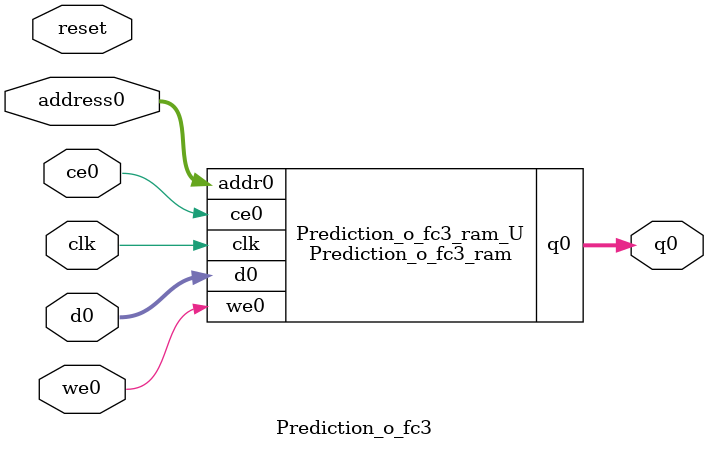
<source format=v>
`timescale 1 ns / 1 ps
module Prediction_o_fc3_ram (addr0, ce0, d0, we0, q0,  clk);

parameter DWIDTH = 32;
parameter AWIDTH = 4;
parameter MEM_SIZE = 10;

input[AWIDTH-1:0] addr0;
input ce0;
input[DWIDTH-1:0] d0;
input we0;
output reg[DWIDTH-1:0] q0;
input clk;

(* ram_style = "distributed" *)reg [DWIDTH-1:0] ram[0:MEM_SIZE-1];




always @(posedge clk)  
begin 
    if (ce0) 
    begin
        if (we0) 
        begin 
            ram[addr0] <= d0; 
        end 
        q0 <= ram[addr0];
    end
end


endmodule

`timescale 1 ns / 1 ps
module Prediction_o_fc3(
    reset,
    clk,
    address0,
    ce0,
    we0,
    d0,
    q0);

parameter DataWidth = 32'd32;
parameter AddressRange = 32'd10;
parameter AddressWidth = 32'd4;
input reset;
input clk;
input[AddressWidth - 1:0] address0;
input ce0;
input we0;
input[DataWidth - 1:0] d0;
output[DataWidth - 1:0] q0;



Prediction_o_fc3_ram Prediction_o_fc3_ram_U(
    .clk( clk ),
    .addr0( address0 ),
    .ce0( ce0 ),
    .we0( we0 ),
    .d0( d0 ),
    .q0( q0 ));

endmodule


</source>
